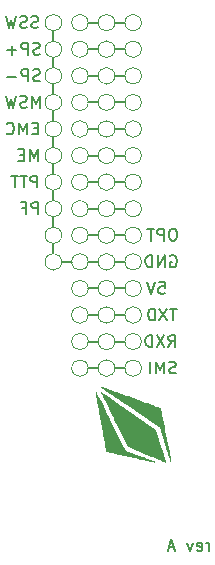
<source format=gbr>
%TF.GenerationSoftware,KiCad,Pcbnew,(6.0.7)*%
%TF.CreationDate,2023-05-28T21:31:41-04:00*%
%TF.ProjectId,kuc,6b75632e-6b69-4636-9164-5f7063625858,A*%
%TF.SameCoordinates,Original*%
%TF.FileFunction,Legend,Bot*%
%TF.FilePolarity,Positive*%
%FSLAX46Y46*%
G04 Gerber Fmt 4.6, Leading zero omitted, Abs format (unit mm)*
G04 Created by KiCad (PCBNEW (6.0.7)) date 2023-05-28 21:31:41*
%MOMM*%
%LPD*%
G01*
G04 APERTURE LIST*
%ADD10C,0.150000*%
%ADD11C,0.120000*%
%ADD12C,0.010000*%
G04 APERTURE END LIST*
D10*
X152000000Y-98400000D02*
X152000000Y-99250000D01*
X152000000Y-85750000D02*
X152000000Y-84900000D01*
X154900000Y-104500000D02*
X155750000Y-104500000D01*
X157200000Y-104500000D02*
X158050000Y-104500000D01*
X157200000Y-91000000D02*
X158050000Y-91000000D01*
X152000000Y-96150000D02*
X152000000Y-97000000D01*
X154900000Y-100000000D02*
X155750000Y-100000000D01*
X152000000Y-87150000D02*
X152000000Y-88000000D01*
X154900000Y-109000000D02*
X155750000Y-109000000D01*
X157200000Y-111250000D02*
X158050000Y-111250000D01*
X154900000Y-93250000D02*
X155750000Y-93250000D01*
X154900000Y-95500000D02*
X155750000Y-95500000D01*
X152000000Y-93900000D02*
X152000000Y-94750000D01*
X152000000Y-102900000D02*
X152000000Y-103750000D01*
X154900000Y-106750000D02*
X155750000Y-106750000D01*
X154900000Y-97750000D02*
X155750000Y-97750000D01*
X157200000Y-86500000D02*
X158050000Y-86500000D01*
X154900000Y-88750000D02*
X155750000Y-88750000D01*
X157200000Y-109000000D02*
X158050000Y-109000000D01*
X157200000Y-97750000D02*
X158050000Y-97750000D01*
X154900000Y-113500000D02*
X155750000Y-113500000D01*
X157200000Y-102250000D02*
X158050000Y-102250000D01*
X153600000Y-104500000D02*
X152750000Y-104500000D01*
X152000000Y-91650000D02*
X152000000Y-92500000D01*
X157200000Y-93250000D02*
X158050000Y-93250000D01*
X157200000Y-84250000D02*
X158050000Y-84250000D01*
X154900000Y-111250000D02*
X155750000Y-111250000D01*
X154900000Y-91000000D02*
X155750000Y-91000000D01*
X157200000Y-106750000D02*
X158050000Y-106750000D01*
X157200000Y-88750000D02*
X158050000Y-88750000D01*
X157200000Y-100000000D02*
X158050000Y-100000000D01*
X152000000Y-89400000D02*
X152000000Y-90250000D01*
X152000000Y-100650000D02*
X152000000Y-101500000D01*
X157200000Y-113500000D02*
X158050000Y-113500000D01*
X154900000Y-86500000D02*
X155750000Y-86500000D01*
X154900000Y-84250000D02*
X155750000Y-84250000D01*
X157200000Y-95500000D02*
X158050000Y-95500000D01*
X154900000Y-102250000D02*
X155750000Y-102250000D01*
X161740594Y-111702380D02*
X162073927Y-111226190D01*
X162312022Y-111702380D02*
X162312022Y-110702380D01*
X161931070Y-110702380D01*
X161835832Y-110750000D01*
X161788213Y-110797619D01*
X161740594Y-110892857D01*
X161740594Y-111035714D01*
X161788213Y-111130952D01*
X161835832Y-111178571D01*
X161931070Y-111226190D01*
X162312022Y-111226190D01*
X161407260Y-110702380D02*
X160740594Y-111702380D01*
X160740594Y-110702380D02*
X161407260Y-111702380D01*
X160359641Y-111702380D02*
X160359641Y-110702380D01*
X160121546Y-110702380D01*
X159978689Y-110750000D01*
X159883451Y-110845238D01*
X159835832Y-110940476D01*
X159788213Y-111130952D01*
X159788213Y-111273809D01*
X159835832Y-111464285D01*
X159883451Y-111559523D01*
X159978689Y-111654761D01*
X160121546Y-111702380D01*
X160359641Y-111702380D01*
X150847500Y-91452380D02*
X150847500Y-90452380D01*
X150514166Y-91166666D01*
X150180833Y-90452380D01*
X150180833Y-91452380D01*
X149752261Y-91404761D02*
X149609404Y-91452380D01*
X149371309Y-91452380D01*
X149276071Y-91404761D01*
X149228452Y-91357142D01*
X149180833Y-91261904D01*
X149180833Y-91166666D01*
X149228452Y-91071428D01*
X149276071Y-91023809D01*
X149371309Y-90976190D01*
X149561785Y-90928571D01*
X149657023Y-90880952D01*
X149704642Y-90833333D01*
X149752261Y-90738095D01*
X149752261Y-90642857D01*
X149704642Y-90547619D01*
X149657023Y-90500000D01*
X149561785Y-90452380D01*
X149323690Y-90452380D01*
X149180833Y-90500000D01*
X148847500Y-90452380D02*
X148609404Y-91452380D01*
X148418928Y-90738095D01*
X148228452Y-91452380D01*
X147990357Y-90452380D01*
X162228452Y-101702380D02*
X162037976Y-101702380D01*
X161942738Y-101750000D01*
X161847500Y-101845238D01*
X161799880Y-102035714D01*
X161799880Y-102369047D01*
X161847500Y-102559523D01*
X161942738Y-102654761D01*
X162037976Y-102702380D01*
X162228452Y-102702380D01*
X162323690Y-102654761D01*
X162418928Y-102559523D01*
X162466547Y-102369047D01*
X162466547Y-102035714D01*
X162418928Y-101845238D01*
X162323690Y-101750000D01*
X162228452Y-101702380D01*
X161371309Y-102702380D02*
X161371309Y-101702380D01*
X160990357Y-101702380D01*
X160895119Y-101750000D01*
X160847500Y-101797619D01*
X160799880Y-101892857D01*
X160799880Y-102035714D01*
X160847500Y-102130952D01*
X160895119Y-102178571D01*
X160990357Y-102226190D01*
X161371309Y-102226190D01*
X160514166Y-101702380D02*
X159942738Y-101702380D01*
X160228452Y-102702380D02*
X160228452Y-101702380D01*
X162359641Y-113904761D02*
X162216784Y-113952380D01*
X161978689Y-113952380D01*
X161883451Y-113904761D01*
X161835832Y-113857142D01*
X161788213Y-113761904D01*
X161788213Y-113666666D01*
X161835832Y-113571428D01*
X161883451Y-113523809D01*
X161978689Y-113476190D01*
X162169165Y-113428571D01*
X162264403Y-113380952D01*
X162312022Y-113333333D01*
X162359641Y-113238095D01*
X162359641Y-113142857D01*
X162312022Y-113047619D01*
X162264403Y-113000000D01*
X162169165Y-112952380D01*
X161931070Y-112952380D01*
X161788213Y-113000000D01*
X161359641Y-113952380D02*
X161359641Y-112952380D01*
X161026308Y-113666666D01*
X160692975Y-112952380D01*
X160692975Y-113952380D01*
X160216784Y-113952380D02*
X160216784Y-112952380D01*
X150847500Y-89154761D02*
X150704642Y-89202380D01*
X150466547Y-89202380D01*
X150371309Y-89154761D01*
X150323690Y-89107142D01*
X150276071Y-89011904D01*
X150276071Y-88916666D01*
X150323690Y-88821428D01*
X150371309Y-88773809D01*
X150466547Y-88726190D01*
X150657023Y-88678571D01*
X150752261Y-88630952D01*
X150799880Y-88583333D01*
X150847500Y-88488095D01*
X150847500Y-88392857D01*
X150799880Y-88297619D01*
X150752261Y-88250000D01*
X150657023Y-88202380D01*
X150418928Y-88202380D01*
X150276071Y-88250000D01*
X149847500Y-89202380D02*
X149847500Y-88202380D01*
X149466547Y-88202380D01*
X149371309Y-88250000D01*
X149323690Y-88297619D01*
X149276071Y-88392857D01*
X149276071Y-88535714D01*
X149323690Y-88630952D01*
X149371309Y-88678571D01*
X149466547Y-88726190D01*
X149847500Y-88726190D01*
X148847500Y-88821428D02*
X148085595Y-88821428D01*
X150633214Y-98202380D02*
X150633214Y-97202380D01*
X150252261Y-97202380D01*
X150157023Y-97250000D01*
X150109404Y-97297619D01*
X150061785Y-97392857D01*
X150061785Y-97535714D01*
X150109404Y-97630952D01*
X150157023Y-97678571D01*
X150252261Y-97726190D01*
X150633214Y-97726190D01*
X149776071Y-97202380D02*
X149204642Y-97202380D01*
X149490357Y-98202380D02*
X149490357Y-97202380D01*
X149014166Y-97202380D02*
X148442738Y-97202380D01*
X148728452Y-98202380D02*
X148728452Y-97202380D01*
X162454879Y-108452380D02*
X161883451Y-108452380D01*
X162169165Y-109452380D02*
X162169165Y-108452380D01*
X161645356Y-108452380D02*
X160978689Y-109452380D01*
X160978689Y-108452380D02*
X161645356Y-109452380D01*
X160597737Y-109452380D02*
X160597737Y-108452380D01*
X160359641Y-108452380D01*
X160216784Y-108500000D01*
X160121546Y-108595238D01*
X160073927Y-108690476D01*
X160026308Y-108880952D01*
X160026308Y-109023809D01*
X160073927Y-109214285D01*
X160121546Y-109309523D01*
X160216784Y-109404761D01*
X160359641Y-109452380D01*
X160597737Y-109452380D01*
X160938214Y-106202380D02*
X161414404Y-106202380D01*
X161462023Y-106678571D01*
X161414404Y-106630952D01*
X161319166Y-106583333D01*
X161081071Y-106583333D01*
X160985833Y-106630952D01*
X160938214Y-106678571D01*
X160890595Y-106773809D01*
X160890595Y-107011904D01*
X160938214Y-107107142D01*
X160985833Y-107154761D01*
X161081071Y-107202380D01*
X161319166Y-107202380D01*
X161414404Y-107154761D01*
X161462023Y-107107142D01*
X160604880Y-106202380D02*
X160271547Y-107202380D01*
X159938214Y-106202380D01*
X150847500Y-86904761D02*
X150704642Y-86952380D01*
X150466547Y-86952380D01*
X150371309Y-86904761D01*
X150323690Y-86857142D01*
X150276071Y-86761904D01*
X150276071Y-86666666D01*
X150323690Y-86571428D01*
X150371309Y-86523809D01*
X150466547Y-86476190D01*
X150657023Y-86428571D01*
X150752261Y-86380952D01*
X150799880Y-86333333D01*
X150847500Y-86238095D01*
X150847500Y-86142857D01*
X150799880Y-86047619D01*
X150752261Y-86000000D01*
X150657023Y-85952380D01*
X150418928Y-85952380D01*
X150276071Y-86000000D01*
X149847500Y-86952380D02*
X149847500Y-85952380D01*
X149466547Y-85952380D01*
X149371309Y-86000000D01*
X149323690Y-86047619D01*
X149276071Y-86142857D01*
X149276071Y-86285714D01*
X149323690Y-86380952D01*
X149371309Y-86428571D01*
X149466547Y-86476190D01*
X149847500Y-86476190D01*
X148847500Y-86571428D02*
X148085595Y-86571428D01*
X148466547Y-86952380D02*
X148466547Y-86190476D01*
X165190476Y-128952380D02*
X165190476Y-128285714D01*
X165190476Y-128476190D02*
X165142857Y-128380952D01*
X165095238Y-128333333D01*
X165000000Y-128285714D01*
X164904761Y-128285714D01*
X164190476Y-128904761D02*
X164285714Y-128952380D01*
X164476190Y-128952380D01*
X164571428Y-128904761D01*
X164619047Y-128809523D01*
X164619047Y-128428571D01*
X164571428Y-128333333D01*
X164476190Y-128285714D01*
X164285714Y-128285714D01*
X164190476Y-128333333D01*
X164142857Y-128428571D01*
X164142857Y-128523809D01*
X164619047Y-128619047D01*
X163809523Y-128285714D02*
X163571428Y-128952380D01*
X163333333Y-128285714D01*
X162238095Y-128666666D02*
X161761904Y-128666666D01*
X162333333Y-128952380D02*
X162000000Y-127952380D01*
X161666666Y-128952380D01*
X150716547Y-100452380D02*
X150716547Y-99452380D01*
X150335595Y-99452380D01*
X150240357Y-99500000D01*
X150192738Y-99547619D01*
X150145119Y-99642857D01*
X150145119Y-99785714D01*
X150192738Y-99880952D01*
X150240357Y-99928571D01*
X150335595Y-99976190D01*
X150716547Y-99976190D01*
X149383214Y-99928571D02*
X149716547Y-99928571D01*
X149716547Y-100452380D02*
X149716547Y-99452380D01*
X149240357Y-99452380D01*
X161890595Y-104000000D02*
X161985833Y-103952380D01*
X162128690Y-103952380D01*
X162271547Y-104000000D01*
X162366785Y-104095238D01*
X162414404Y-104190476D01*
X162462023Y-104380952D01*
X162462023Y-104523809D01*
X162414404Y-104714285D01*
X162366785Y-104809523D01*
X162271547Y-104904761D01*
X162128690Y-104952380D01*
X162033452Y-104952380D01*
X161890595Y-104904761D01*
X161842976Y-104857142D01*
X161842976Y-104523809D01*
X162033452Y-104523809D01*
X161414404Y-104952380D02*
X161414404Y-103952380D01*
X160842976Y-104952380D01*
X160842976Y-103952380D01*
X160366785Y-104952380D02*
X160366785Y-103952380D01*
X160128690Y-103952380D01*
X159985833Y-104000000D01*
X159890595Y-104095238D01*
X159842976Y-104190476D01*
X159795357Y-104380952D01*
X159795357Y-104523809D01*
X159842976Y-104714285D01*
X159890595Y-104809523D01*
X159985833Y-104904761D01*
X160128690Y-104952380D01*
X160366785Y-104952380D01*
X150704642Y-84654761D02*
X150561785Y-84702380D01*
X150323690Y-84702380D01*
X150228452Y-84654761D01*
X150180833Y-84607142D01*
X150133214Y-84511904D01*
X150133214Y-84416666D01*
X150180833Y-84321428D01*
X150228452Y-84273809D01*
X150323690Y-84226190D01*
X150514166Y-84178571D01*
X150609404Y-84130952D01*
X150657023Y-84083333D01*
X150704642Y-83988095D01*
X150704642Y-83892857D01*
X150657023Y-83797619D01*
X150609404Y-83750000D01*
X150514166Y-83702380D01*
X150276071Y-83702380D01*
X150133214Y-83750000D01*
X149752261Y-84654761D02*
X149609404Y-84702380D01*
X149371309Y-84702380D01*
X149276071Y-84654761D01*
X149228452Y-84607142D01*
X149180833Y-84511904D01*
X149180833Y-84416666D01*
X149228452Y-84321428D01*
X149276071Y-84273809D01*
X149371309Y-84226190D01*
X149561785Y-84178571D01*
X149657023Y-84130952D01*
X149704642Y-84083333D01*
X149752261Y-83988095D01*
X149752261Y-83892857D01*
X149704642Y-83797619D01*
X149657023Y-83750000D01*
X149561785Y-83702380D01*
X149323690Y-83702380D01*
X149180833Y-83750000D01*
X148847500Y-83702380D02*
X148609404Y-84702380D01*
X148418928Y-83988095D01*
X148228452Y-84702380D01*
X147990357Y-83702380D01*
X150657023Y-95952380D02*
X150657023Y-94952380D01*
X150323690Y-95666666D01*
X149990357Y-94952380D01*
X149990357Y-95952380D01*
X149514166Y-95428571D02*
X149180833Y-95428571D01*
X149037976Y-95952380D02*
X149514166Y-95952380D01*
X149514166Y-94952380D01*
X149037976Y-94952380D01*
X150657023Y-93178571D02*
X150323690Y-93178571D01*
X150180833Y-93702380D02*
X150657023Y-93702380D01*
X150657023Y-92702380D01*
X150180833Y-92702380D01*
X149752261Y-93702380D02*
X149752261Y-92702380D01*
X149418928Y-93416666D01*
X149085595Y-92702380D01*
X149085595Y-93702380D01*
X148037976Y-93607142D02*
X148085595Y-93654761D01*
X148228452Y-93702380D01*
X148323690Y-93702380D01*
X148466547Y-93654761D01*
X148561785Y-93559523D01*
X148609404Y-93464285D01*
X148657023Y-93273809D01*
X148657023Y-93130952D01*
X148609404Y-92940476D01*
X148561785Y-92845238D01*
X148466547Y-92750000D01*
X148323690Y-92702380D01*
X148228452Y-92702380D01*
X148085595Y-92750000D01*
X148037976Y-92797619D01*
D11*
%TO.C,TP12*%
X159450000Y-102250000D02*
G75*
G03*
X159450000Y-102250000I-700000J0D01*
G01*
%TO.C,TP20*%
X154950000Y-106750000D02*
G75*
G03*
X154950000Y-106750000I-700000J0D01*
G01*
%TO.C,TP49*%
X152700000Y-104500000D02*
G75*
G03*
X152700000Y-104500000I-700000J0D01*
G01*
%TO.C,TP27*%
X159450000Y-109000000D02*
G75*
G03*
X159450000Y-109000000I-700000J0D01*
G01*
%TO.C,TP45*%
X152700000Y-86500000D02*
G75*
G03*
X152700000Y-86500000I-700000J0D01*
G01*
%TO.C,TP5*%
X157200000Y-102250000D02*
G75*
G03*
X157200000Y-102250000I-700000J0D01*
G01*
%TO.C,TP54*%
X152700000Y-91000000D02*
G75*
G03*
X152700000Y-91000000I-700000J0D01*
G01*
%TO.C,TP50*%
X152700000Y-84250000D02*
G75*
G03*
X152700000Y-84250000I-700000J0D01*
G01*
%TO.C,TP14*%
X157200000Y-111250000D02*
G75*
G03*
X157200000Y-111250000I-700000J0D01*
G01*
%TO.C,TP28*%
X159450000Y-113500000D02*
G75*
G03*
X159450000Y-113500000I-700000J0D01*
G01*
%TO.C,TP9*%
X157200000Y-88750000D02*
G75*
G03*
X157200000Y-88750000I-700000J0D01*
G01*
%TO.C,TP10*%
X157200000Y-93250000D02*
G75*
G03*
X157200000Y-93250000I-700000J0D01*
G01*
%TO.C,TP35*%
X157200000Y-113500000D02*
G75*
G03*
X157200000Y-113500000I-700000J0D01*
G01*
%TO.C,TP22*%
X159450000Y-86500000D02*
G75*
G03*
X159450000Y-86500000I-700000J0D01*
G01*
%TO.C,TP7*%
X159450000Y-111250000D02*
G75*
G03*
X159450000Y-111250000I-700000J0D01*
G01*
%TO.C,TP41*%
X154950000Y-109000000D02*
G75*
G03*
X154950000Y-109000000I-700000J0D01*
G01*
%TO.C,TP15*%
X154950000Y-84250000D02*
G75*
G03*
X154950000Y-84250000I-700000J0D01*
G01*
%TO.C,TP48*%
X152700000Y-97750000D02*
G75*
G03*
X152700000Y-97750000I-700000J0D01*
G01*
%TO.C,TP38*%
X159450000Y-95500000D02*
G75*
G03*
X159450000Y-95500000I-700000J0D01*
G01*
%TO.C,TP4*%
X159450000Y-97750000D02*
G75*
G03*
X159450000Y-97750000I-700000J0D01*
G01*
%TO.C,TP47*%
X152700000Y-102250000D02*
G75*
G03*
X152700000Y-102250000I-700000J0D01*
G01*
%TO.C,TP51*%
X152700000Y-93250000D02*
G75*
G03*
X152700000Y-93250000I-700000J0D01*
G01*
%TO.C,TP16*%
X154950000Y-88750000D02*
G75*
G03*
X154950000Y-88750000I-700000J0D01*
G01*
%TO.C,TP21*%
X154950000Y-111250000D02*
G75*
G03*
X154950000Y-111250000I-700000J0D01*
G01*
%TO.C,TPe*%
X152700000Y-88750000D02*
G75*
G03*
X152700000Y-88750000I-700000J0D01*
G01*
%TO.C,TP6*%
X159450000Y-106750000D02*
G75*
G03*
X159450000Y-106750000I-700000J0D01*
G01*
%TO.C,TP37*%
X154950000Y-91000000D02*
G75*
G03*
X154950000Y-91000000I-700000J0D01*
G01*
%TO.C,TP32*%
X157200000Y-100000000D02*
G75*
G03*
X157200000Y-100000000I-700000J0D01*
G01*
%TO.C,TP29*%
X157200000Y-86500000D02*
G75*
G03*
X157200000Y-86500000I-700000J0D01*
G01*
%TO.C,TP19*%
X154950000Y-102250000D02*
G75*
G03*
X154950000Y-102250000I-700000J0D01*
G01*
%TO.C,TP1*%
X159450000Y-84250000D02*
G75*
G03*
X159450000Y-84250000I-700000J0D01*
G01*
%TO.C,TP40*%
X159450000Y-104500000D02*
G75*
G03*
X159450000Y-104500000I-700000J0D01*
G01*
%TO.C,TP42*%
X154950000Y-113500000D02*
G75*
G03*
X154950000Y-113500000I-700000J0D01*
G01*
%TO.C,TP3*%
X159450000Y-93250000D02*
G75*
G03*
X159450000Y-93250000I-700000J0D01*
G01*
%TO.C,TP24*%
X154950000Y-95500000D02*
G75*
G03*
X154950000Y-95500000I-700000J0D01*
G01*
%TO.C,TP25*%
X154950000Y-100000000D02*
G75*
G03*
X154950000Y-100000000I-700000J0D01*
G01*
%TO.C,TP18*%
X154950000Y-97750000D02*
G75*
G03*
X154950000Y-97750000I-700000J0D01*
G01*
%TO.C,TP13*%
X157200000Y-106750000D02*
G75*
G03*
X157200000Y-106750000I-700000J0D01*
G01*
%TO.C,TP2*%
X159450000Y-88750000D02*
G75*
G03*
X159450000Y-88750000I-700000J0D01*
G01*
%TO.C,G\u002A\u002A\u002A*%
G36*
X156080651Y-115094444D02*
G01*
X156120704Y-115107623D01*
X156136930Y-115113387D01*
X156180761Y-115129119D01*
X156244650Y-115152168D01*
X156327283Y-115182055D01*
X156427345Y-115218301D01*
X156543522Y-115260428D01*
X156674500Y-115307957D01*
X156818965Y-115360411D01*
X156975602Y-115417310D01*
X157143097Y-115478176D01*
X157320137Y-115542531D01*
X157505405Y-115609895D01*
X157697589Y-115679792D01*
X157895375Y-115751741D01*
X158097447Y-115825265D01*
X158302491Y-115899885D01*
X158509195Y-115975123D01*
X158716242Y-116050500D01*
X158922319Y-116125538D01*
X159126111Y-116199758D01*
X159326305Y-116272682D01*
X159521586Y-116343831D01*
X159710640Y-116412726D01*
X159892152Y-116478890D01*
X160064809Y-116541844D01*
X160227295Y-116601109D01*
X160378298Y-116656207D01*
X160516502Y-116706660D01*
X160640593Y-116751988D01*
X160749258Y-116791714D01*
X160841181Y-116825358D01*
X160915048Y-116852443D01*
X160969546Y-116872490D01*
X161003360Y-116885021D01*
X161015176Y-116889556D01*
X161015283Y-116889822D01*
X161018782Y-116905273D01*
X161026794Y-116943398D01*
X161039027Y-117002728D01*
X161055185Y-117081798D01*
X161074976Y-117179141D01*
X161098105Y-117293291D01*
X161124280Y-117422780D01*
X161153207Y-117566143D01*
X161184591Y-117721911D01*
X161218141Y-117888620D01*
X161253561Y-118064802D01*
X161290558Y-118248991D01*
X161328839Y-118439720D01*
X161368110Y-118635522D01*
X161408078Y-118834931D01*
X161448449Y-119036480D01*
X161488929Y-119238702D01*
X161529225Y-119440132D01*
X161569043Y-119639301D01*
X161608089Y-119834744D01*
X161646071Y-120024995D01*
X161682694Y-120208585D01*
X161717664Y-120384050D01*
X161750689Y-120549921D01*
X161781474Y-120704733D01*
X161809727Y-120847019D01*
X161835153Y-120975312D01*
X161857458Y-121088146D01*
X161876350Y-121184053D01*
X161891534Y-121261568D01*
X161902718Y-121319224D01*
X161909606Y-121355554D01*
X161911907Y-121369091D01*
X161909133Y-121361709D01*
X161899504Y-121332268D01*
X161883410Y-121281767D01*
X161861291Y-121211623D01*
X161833590Y-121123254D01*
X161800747Y-121018078D01*
X161763205Y-120897514D01*
X161721405Y-120762980D01*
X161675788Y-120615893D01*
X161626795Y-120457671D01*
X161574869Y-120289733D01*
X161520451Y-120113497D01*
X161463982Y-119930380D01*
X161016748Y-118479168D01*
X158542545Y-116792587D01*
X158534259Y-116786939D01*
X158310441Y-116634362D01*
X158091944Y-116485399D01*
X157879659Y-116340657D01*
X157674480Y-116200747D01*
X157477299Y-116066277D01*
X157289009Y-115937857D01*
X157110504Y-115816096D01*
X156942675Y-115701603D01*
X156786415Y-115594987D01*
X156642618Y-115496858D01*
X156512176Y-115407824D01*
X156395981Y-115328495D01*
X156294927Y-115259480D01*
X156209907Y-115201388D01*
X156141812Y-115154828D01*
X156091537Y-115120410D01*
X156059973Y-115098743D01*
X156048014Y-115090436D01*
X156045892Y-115088216D01*
X156054379Y-115087659D01*
X156080651Y-115094444D01*
G37*
D12*
X156080651Y-115094444D02*
X156120704Y-115107623D01*
X156136930Y-115113387D01*
X156180761Y-115129119D01*
X156244650Y-115152168D01*
X156327283Y-115182055D01*
X156427345Y-115218301D01*
X156543522Y-115260428D01*
X156674500Y-115307957D01*
X156818965Y-115360411D01*
X156975602Y-115417310D01*
X157143097Y-115478176D01*
X157320137Y-115542531D01*
X157505405Y-115609895D01*
X157697589Y-115679792D01*
X157895375Y-115751741D01*
X158097447Y-115825265D01*
X158302491Y-115899885D01*
X158509195Y-115975123D01*
X158716242Y-116050500D01*
X158922319Y-116125538D01*
X159126111Y-116199758D01*
X159326305Y-116272682D01*
X159521586Y-116343831D01*
X159710640Y-116412726D01*
X159892152Y-116478890D01*
X160064809Y-116541844D01*
X160227295Y-116601109D01*
X160378298Y-116656207D01*
X160516502Y-116706660D01*
X160640593Y-116751988D01*
X160749258Y-116791714D01*
X160841181Y-116825358D01*
X160915048Y-116852443D01*
X160969546Y-116872490D01*
X161003360Y-116885021D01*
X161015176Y-116889556D01*
X161015283Y-116889822D01*
X161018782Y-116905273D01*
X161026794Y-116943398D01*
X161039027Y-117002728D01*
X161055185Y-117081798D01*
X161074976Y-117179141D01*
X161098105Y-117293291D01*
X161124280Y-117422780D01*
X161153207Y-117566143D01*
X161184591Y-117721911D01*
X161218141Y-117888620D01*
X161253561Y-118064802D01*
X161290558Y-118248991D01*
X161328839Y-118439720D01*
X161368110Y-118635522D01*
X161408078Y-118834931D01*
X161448449Y-119036480D01*
X161488929Y-119238702D01*
X161529225Y-119440132D01*
X161569043Y-119639301D01*
X161608089Y-119834744D01*
X161646071Y-120024995D01*
X161682694Y-120208585D01*
X161717664Y-120384050D01*
X161750689Y-120549921D01*
X161781474Y-120704733D01*
X161809727Y-120847019D01*
X161835153Y-120975312D01*
X161857458Y-121088146D01*
X161876350Y-121184053D01*
X161891534Y-121261568D01*
X161902718Y-121319224D01*
X161909606Y-121355554D01*
X161911907Y-121369091D01*
X161909133Y-121361709D01*
X161899504Y-121332268D01*
X161883410Y-121281767D01*
X161861291Y-121211623D01*
X161833590Y-121123254D01*
X161800747Y-121018078D01*
X161763205Y-120897514D01*
X161721405Y-120762980D01*
X161675788Y-120615893D01*
X161626795Y-120457671D01*
X161574869Y-120289733D01*
X161520451Y-120113497D01*
X161463982Y-119930380D01*
X161016748Y-118479168D01*
X158542545Y-116792587D01*
X158534259Y-116786939D01*
X158310441Y-116634362D01*
X158091944Y-116485399D01*
X157879659Y-116340657D01*
X157674480Y-116200747D01*
X157477299Y-116066277D01*
X157289009Y-115937857D01*
X157110504Y-115816096D01*
X156942675Y-115701603D01*
X156786415Y-115594987D01*
X156642618Y-115496858D01*
X156512176Y-115407824D01*
X156395981Y-115328495D01*
X156294927Y-115259480D01*
X156209907Y-115201388D01*
X156141812Y-115154828D01*
X156091537Y-115120410D01*
X156059973Y-115098743D01*
X156048014Y-115090436D01*
X156045892Y-115088216D01*
X156054379Y-115087659D01*
X156080651Y-115094444D01*
G36*
X156038381Y-115539611D02*
G01*
X156055459Y-115550839D01*
X156091626Y-115575456D01*
X156145968Y-115612825D01*
X156217573Y-115662310D01*
X156305526Y-115723274D01*
X156408914Y-115795081D01*
X156526824Y-115877094D01*
X156658342Y-115968676D01*
X156802555Y-116069191D01*
X156958549Y-116178003D01*
X157125412Y-116294475D01*
X157302229Y-116417969D01*
X157488087Y-116547851D01*
X157682072Y-116683482D01*
X157883272Y-116824227D01*
X158090773Y-116969449D01*
X158303661Y-117118512D01*
X160565619Y-118702685D01*
X161015867Y-120054498D01*
X161042251Y-120133730D01*
X161100059Y-120307439D01*
X161155413Y-120473931D01*
X161207824Y-120631723D01*
X161256800Y-120779332D01*
X161301852Y-120915275D01*
X161342488Y-121038069D01*
X161378219Y-121146231D01*
X161408553Y-121238278D01*
X161433000Y-121312727D01*
X161451069Y-121368094D01*
X161462271Y-121402898D01*
X161466114Y-121415655D01*
X161466113Y-121415876D01*
X161463013Y-121424608D01*
X161457505Y-121422321D01*
X161431122Y-121411108D01*
X161384133Y-121391046D01*
X161317835Y-121362693D01*
X161233527Y-121326605D01*
X161132509Y-121283339D01*
X161016078Y-121233451D01*
X160885534Y-121177498D01*
X160742176Y-121116036D01*
X160587301Y-121049623D01*
X160422208Y-120978814D01*
X160248197Y-120904166D01*
X160066566Y-120826236D01*
X159878614Y-120745580D01*
X158297315Y-120066943D01*
X157164893Y-117805257D01*
X157098760Y-117673153D01*
X156989214Y-117454223D01*
X156883007Y-117241835D01*
X156780658Y-117037033D01*
X156682684Y-116840857D01*
X156589605Y-116654350D01*
X156501939Y-116478555D01*
X156420204Y-116314512D01*
X156344920Y-116163264D01*
X156276605Y-116025854D01*
X156215777Y-115903322D01*
X156162956Y-115796713D01*
X156118658Y-115707066D01*
X156083404Y-115635425D01*
X156057712Y-115582831D01*
X156042100Y-115550327D01*
X156037087Y-115538955D01*
X156038381Y-115539611D01*
G37*
X156038381Y-115539611D02*
X156055459Y-115550839D01*
X156091626Y-115575456D01*
X156145968Y-115612825D01*
X156217573Y-115662310D01*
X156305526Y-115723274D01*
X156408914Y-115795081D01*
X156526824Y-115877094D01*
X156658342Y-115968676D01*
X156802555Y-116069191D01*
X156958549Y-116178003D01*
X157125412Y-116294475D01*
X157302229Y-116417969D01*
X157488087Y-116547851D01*
X157682072Y-116683482D01*
X157883272Y-116824227D01*
X158090773Y-116969449D01*
X158303661Y-117118512D01*
X160565619Y-118702685D01*
X161015867Y-120054498D01*
X161042251Y-120133730D01*
X161100059Y-120307439D01*
X161155413Y-120473931D01*
X161207824Y-120631723D01*
X161256800Y-120779332D01*
X161301852Y-120915275D01*
X161342488Y-121038069D01*
X161378219Y-121146231D01*
X161408553Y-121238278D01*
X161433000Y-121312727D01*
X161451069Y-121368094D01*
X161462271Y-121402898D01*
X161466114Y-121415655D01*
X161466113Y-121415876D01*
X161463013Y-121424608D01*
X161457505Y-121422321D01*
X161431122Y-121411108D01*
X161384133Y-121391046D01*
X161317835Y-121362693D01*
X161233527Y-121326605D01*
X161132509Y-121283339D01*
X161016078Y-121233451D01*
X160885534Y-121177498D01*
X160742176Y-121116036D01*
X160587301Y-121049623D01*
X160422208Y-120978814D01*
X160248197Y-120904166D01*
X160066566Y-120826236D01*
X159878614Y-120745580D01*
X158297315Y-120066943D01*
X157164893Y-117805257D01*
X157098760Y-117673153D01*
X156989214Y-117454223D01*
X156883007Y-117241835D01*
X156780658Y-117037033D01*
X156682684Y-116840857D01*
X156589605Y-116654350D01*
X156501939Y-116478555D01*
X156420204Y-116314512D01*
X156344920Y-116163264D01*
X156276605Y-116025854D01*
X156215777Y-115903322D01*
X156162956Y-115796713D01*
X156118658Y-115707066D01*
X156083404Y-115635425D01*
X156057712Y-115582831D01*
X156042100Y-115550327D01*
X156037087Y-115538955D01*
X156038381Y-115539611D01*
G36*
X155579672Y-115540286D02*
G01*
X155589866Y-115559751D01*
X155610443Y-115600010D01*
X155640906Y-115660071D01*
X155680760Y-115738947D01*
X155729507Y-115835646D01*
X155786650Y-115949181D01*
X155851693Y-116078560D01*
X155924138Y-116222794D01*
X156003490Y-116380894D01*
X156089251Y-116551870D01*
X156180925Y-116734733D01*
X156278014Y-116928493D01*
X156380023Y-117132160D01*
X156486454Y-117344744D01*
X156596810Y-117565257D01*
X156710595Y-117792708D01*
X156827312Y-118026107D01*
X158072701Y-120516983D01*
X159276414Y-120954132D01*
X159404114Y-121000526D01*
X159565902Y-121059358D01*
X159720374Y-121115589D01*
X159865929Y-121168632D01*
X160000968Y-121217903D01*
X160123888Y-121262817D01*
X160233092Y-121302788D01*
X160326977Y-121337230D01*
X160403944Y-121365559D01*
X160462393Y-121387190D01*
X160500723Y-121401535D01*
X160517334Y-121408012D01*
X160523521Y-121410881D01*
X160536910Y-121418774D01*
X160529737Y-121419097D01*
X160516671Y-121416181D01*
X160480470Y-121408126D01*
X160422536Y-121395245D01*
X160344147Y-121377822D01*
X160246585Y-121356142D01*
X160131129Y-121330488D01*
X159999059Y-121301145D01*
X159851654Y-121268397D01*
X159690195Y-121232530D01*
X159515961Y-121193826D01*
X159330232Y-121152570D01*
X159134289Y-121109047D01*
X158929409Y-121063541D01*
X158716875Y-121016337D01*
X158497965Y-120967718D01*
X158289434Y-120921379D01*
X158077085Y-120874136D01*
X157872516Y-120828569D01*
X157676992Y-120784962D01*
X157491777Y-120743598D01*
X157318136Y-120704761D01*
X157157332Y-120668734D01*
X157010630Y-120635803D01*
X156879296Y-120606250D01*
X156764592Y-120580360D01*
X156667783Y-120558416D01*
X156590135Y-120540702D01*
X156532910Y-120527503D01*
X156497375Y-120519101D01*
X156484792Y-120515781D01*
X156482366Y-120504954D01*
X156475730Y-120471054D01*
X156465173Y-120415457D01*
X156450948Y-120339557D01*
X156433310Y-120244754D01*
X156412514Y-120132443D01*
X156388814Y-120004021D01*
X156362463Y-119860886D01*
X156333717Y-119704433D01*
X156302830Y-119536061D01*
X156270056Y-119357165D01*
X156235649Y-119169143D01*
X156199863Y-118973391D01*
X156162954Y-118771307D01*
X156125175Y-118564286D01*
X156086781Y-118353727D01*
X156048025Y-118141026D01*
X156009163Y-117927580D01*
X155970448Y-117714786D01*
X155932135Y-117504040D01*
X155894479Y-117296739D01*
X155857733Y-117094281D01*
X155822151Y-116898062D01*
X155787989Y-116709479D01*
X155755501Y-116529929D01*
X155724940Y-116360808D01*
X155696562Y-116203514D01*
X155670620Y-116059444D01*
X155647368Y-115929994D01*
X155627062Y-115816561D01*
X155609955Y-115720543D01*
X155596302Y-115643335D01*
X155586357Y-115586335D01*
X155580375Y-115550940D01*
X155578609Y-115538546D01*
X155579672Y-115540286D01*
G37*
X155579672Y-115540286D02*
X155589866Y-115559751D01*
X155610443Y-115600010D01*
X155640906Y-115660071D01*
X155680760Y-115738947D01*
X155729507Y-115835646D01*
X155786650Y-115949181D01*
X155851693Y-116078560D01*
X155924138Y-116222794D01*
X156003490Y-116380894D01*
X156089251Y-116551870D01*
X156180925Y-116734733D01*
X156278014Y-116928493D01*
X156380023Y-117132160D01*
X156486454Y-117344744D01*
X156596810Y-117565257D01*
X156710595Y-117792708D01*
X156827312Y-118026107D01*
X158072701Y-120516983D01*
X159276414Y-120954132D01*
X159404114Y-121000526D01*
X159565902Y-121059358D01*
X159720374Y-121115589D01*
X159865929Y-121168632D01*
X160000968Y-121217903D01*
X160123888Y-121262817D01*
X160233092Y-121302788D01*
X160326977Y-121337230D01*
X160403944Y-121365559D01*
X160462393Y-121387190D01*
X160500723Y-121401535D01*
X160517334Y-121408012D01*
X160523521Y-121410881D01*
X160536910Y-121418774D01*
X160529737Y-121419097D01*
X160516671Y-121416181D01*
X160480470Y-121408126D01*
X160422536Y-121395245D01*
X160344147Y-121377822D01*
X160246585Y-121356142D01*
X160131129Y-121330488D01*
X159999059Y-121301145D01*
X159851654Y-121268397D01*
X159690195Y-121232530D01*
X159515961Y-121193826D01*
X159330232Y-121152570D01*
X159134289Y-121109047D01*
X158929409Y-121063541D01*
X158716875Y-121016337D01*
X158497965Y-120967718D01*
X158289434Y-120921379D01*
X158077085Y-120874136D01*
X157872516Y-120828569D01*
X157676992Y-120784962D01*
X157491777Y-120743598D01*
X157318136Y-120704761D01*
X157157332Y-120668734D01*
X157010630Y-120635803D01*
X156879296Y-120606250D01*
X156764592Y-120580360D01*
X156667783Y-120558416D01*
X156590135Y-120540702D01*
X156532910Y-120527503D01*
X156497375Y-120519101D01*
X156484792Y-120515781D01*
X156482366Y-120504954D01*
X156475730Y-120471054D01*
X156465173Y-120415457D01*
X156450948Y-120339557D01*
X156433310Y-120244754D01*
X156412514Y-120132443D01*
X156388814Y-120004021D01*
X156362463Y-119860886D01*
X156333717Y-119704433D01*
X156302830Y-119536061D01*
X156270056Y-119357165D01*
X156235649Y-119169143D01*
X156199863Y-118973391D01*
X156162954Y-118771307D01*
X156125175Y-118564286D01*
X156086781Y-118353727D01*
X156048025Y-118141026D01*
X156009163Y-117927580D01*
X155970448Y-117714786D01*
X155932135Y-117504040D01*
X155894479Y-117296739D01*
X155857733Y-117094281D01*
X155822151Y-116898062D01*
X155787989Y-116709479D01*
X155755501Y-116529929D01*
X155724940Y-116360808D01*
X155696562Y-116203514D01*
X155670620Y-116059444D01*
X155647368Y-115929994D01*
X155627062Y-115816561D01*
X155609955Y-115720543D01*
X155596302Y-115643335D01*
X155586357Y-115586335D01*
X155580375Y-115550940D01*
X155578609Y-115538546D01*
X155579672Y-115540286D01*
D11*
%TO.C,TP39*%
X159450000Y-100000000D02*
G75*
G03*
X159450000Y-100000000I-700000J0D01*
G01*
%TO.C,TP23*%
X159450000Y-91000000D02*
G75*
G03*
X159450000Y-91000000I-700000J0D01*
G01*
%TO.C,TP44*%
X152700000Y-95500000D02*
G75*
G03*
X152700000Y-95500000I-700000J0D01*
G01*
%TO.C,TP17*%
X154950000Y-93250000D02*
G75*
G03*
X154950000Y-93250000I-700000J0D01*
G01*
%TO.C,TP11*%
X157200000Y-97750000D02*
G75*
G03*
X157200000Y-97750000I-700000J0D01*
G01*
%TO.C,TP33*%
X154950000Y-104500000D02*
G75*
G03*
X154950000Y-104500000I-700000J0D01*
G01*
%TO.C,TP36*%
X154950000Y-86500000D02*
G75*
G03*
X154950000Y-86500000I-700000J0D01*
G01*
%TO.C,TP30*%
X157200000Y-91000000D02*
G75*
G03*
X157200000Y-91000000I-700000J0D01*
G01*
%TO.C,TP56*%
X152700000Y-100000000D02*
G75*
G03*
X152700000Y-100000000I-700000J0D01*
G01*
%TO.C,TP8*%
X157200000Y-84250000D02*
G75*
G03*
X157200000Y-84250000I-700000J0D01*
G01*
%TO.C,TP34*%
X157200000Y-109000000D02*
G75*
G03*
X157200000Y-109000000I-700000J0D01*
G01*
%TO.C,TP26*%
X157200000Y-104500000D02*
G75*
G03*
X157200000Y-104500000I-700000J0D01*
G01*
%TO.C,TP31*%
X157200000Y-95500000D02*
G75*
G03*
X157200000Y-95500000I-700000J0D01*
G01*
%TD*%
M02*

</source>
